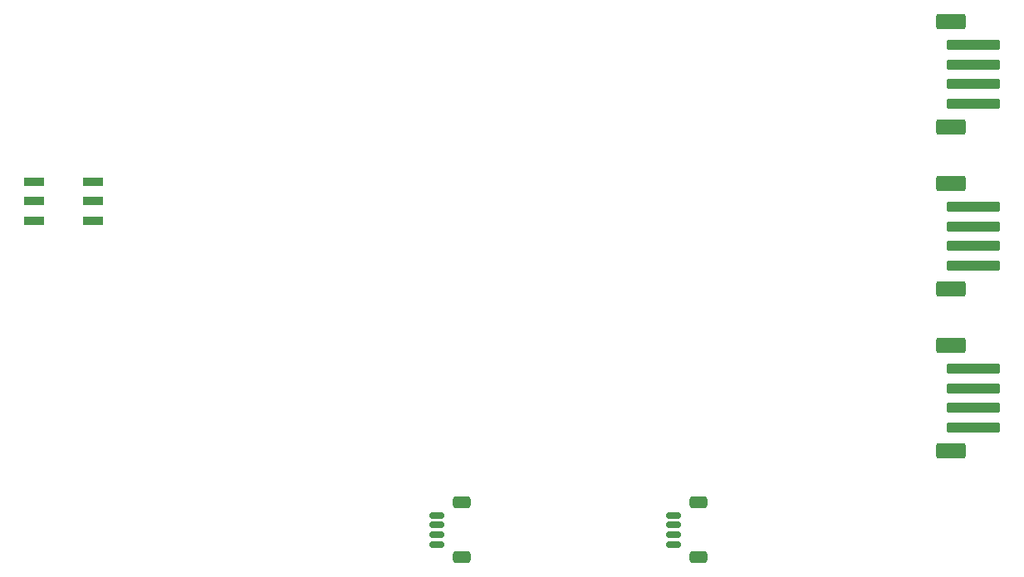
<source format=gbr>
%TF.GenerationSoftware,KiCad,Pcbnew,7.0.10-7.0.10~ubuntu22.04.1*%
%TF.CreationDate,2024-09-09T09:20:23-07:00*%
%TF.ProjectId,iorodeo_feather_tripler_enc1,696f726f-6465-46f5-9f66-656174686572,rev?*%
%TF.SameCoordinates,Original*%
%TF.FileFunction,Paste,Top*%
%TF.FilePolarity,Positive*%
%FSLAX46Y46*%
G04 Gerber Fmt 4.6, Leading zero omitted, Abs format (unit mm)*
G04 Created by KiCad (PCBNEW 7.0.10-7.0.10~ubuntu22.04.1) date 2024-09-09 09:20:23*
%MOMM*%
%LPD*%
G01*
G04 APERTURE LIST*
G04 Aperture macros list*
%AMRoundRect*
0 Rectangle with rounded corners*
0 $1 Rounding radius*
0 $2 $3 $4 $5 $6 $7 $8 $9 X,Y pos of 4 corners*
0 Add a 4 corners polygon primitive as box body*
4,1,4,$2,$3,$4,$5,$6,$7,$8,$9,$2,$3,0*
0 Add four circle primitives for the rounded corners*
1,1,$1+$1,$2,$3*
1,1,$1+$1,$4,$5*
1,1,$1+$1,$6,$7*
1,1,$1+$1,$8,$9*
0 Add four rect primitives between the rounded corners*
20,1,$1+$1,$2,$3,$4,$5,0*
20,1,$1+$1,$4,$5,$6,$7,0*
20,1,$1+$1,$6,$7,$8,$9,0*
20,1,$1+$1,$8,$9,$2,$3,0*%
G04 Aperture macros list end*
%ADD10R,2.000000X0.900000*%
%ADD11RoundRect,0.250000X2.500000X-0.250000X2.500000X0.250000X-2.500000X0.250000X-2.500000X-0.250000X0*%
%ADD12RoundRect,0.250000X1.250000X-0.550000X1.250000X0.550000X-1.250000X0.550000X-1.250000X-0.550000X0*%
%ADD13RoundRect,0.150000X-0.625000X0.150000X-0.625000X-0.150000X0.625000X-0.150000X0.625000X0.150000X0*%
%ADD14RoundRect,0.250000X-0.650000X0.350000X-0.650000X-0.350000X0.650000X-0.350000X0.650000X0.350000X0*%
G04 APERTURE END LIST*
D10*
%TO.C,SW1*%
X49324000Y-79216000D03*
X49324000Y-77216000D03*
X49324000Y-75216000D03*
X55324000Y-79216000D03*
X55324000Y-77216000D03*
X55324000Y-75216000D03*
%TD*%
D11*
%TO.C,J2*%
X145050000Y-67287400D03*
X145050000Y-65287400D03*
X145050000Y-63287400D03*
X145050000Y-61287400D03*
D12*
X142800000Y-58887400D03*
X142800000Y-69687400D03*
%TD*%
D11*
%TO.C,J3*%
X145050000Y-83797400D03*
X145050000Y-81797400D03*
X145050000Y-79797400D03*
X145050000Y-77797400D03*
D12*
X142800000Y-75397400D03*
X142800000Y-86197400D03*
%TD*%
D11*
%TO.C,J4*%
X145050000Y-100307400D03*
X145050000Y-98307400D03*
X145050000Y-96307400D03*
X145050000Y-94307400D03*
D12*
X142800000Y-91907400D03*
X142800000Y-102707400D03*
%TD*%
D13*
%TO.C,J5*%
X90369000Y-109244000D03*
X90369000Y-110244000D03*
X90369000Y-111244000D03*
X90369000Y-112244000D03*
D14*
X92894000Y-107944000D03*
X92894000Y-113544000D03*
%TD*%
D13*
%TO.C,J6*%
X114499000Y-109244000D03*
X114499000Y-110244000D03*
X114499000Y-111244000D03*
X114499000Y-112244000D03*
D14*
X117024000Y-107944000D03*
X117024000Y-113544000D03*
%TD*%
M02*

</source>
